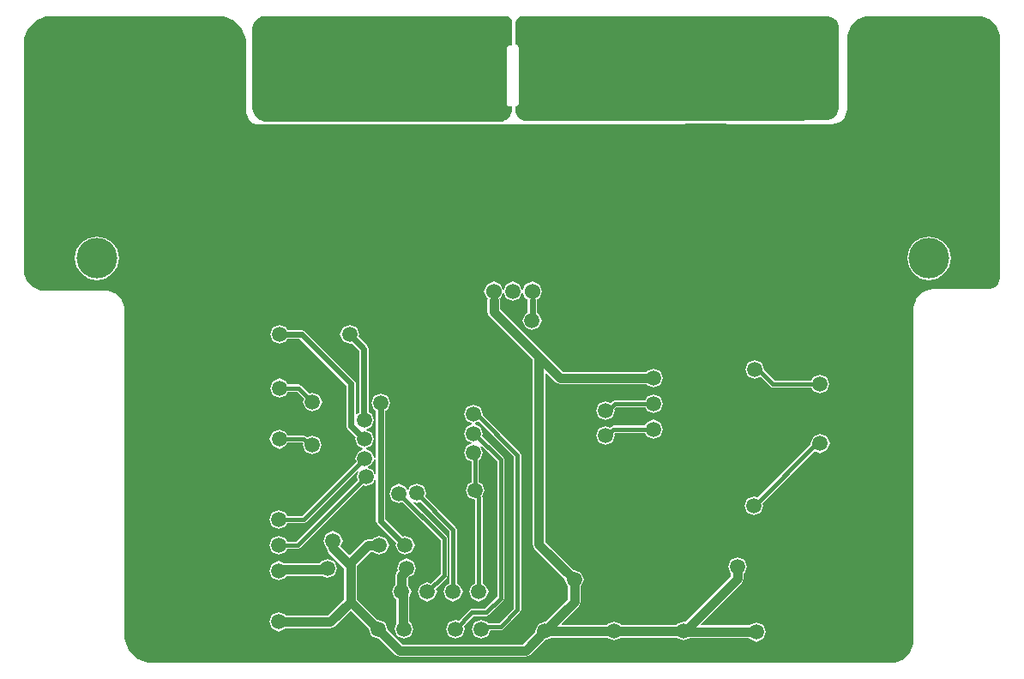
<source format=gbl>
G04*
G04 #@! TF.GenerationSoftware,Altium Limited,Altium Designer,20.0.11 (256)*
G04*
G04 Layer_Physical_Order=2*
G04 Layer_Color=16711680*
%FSLAX44Y44*%
%MOMM*%
G71*
G01*
G75*
G04:AMPARAMS|DCode=13|XSize=10.524mm|YSize=6.524mm|CornerRadius=3.262mm|HoleSize=0mm|Usage=FLASHONLY|Rotation=0.000|XOffset=0mm|YOffset=0mm|HoleType=Round|Shape=RoundedRectangle|*
%AMROUNDEDRECTD13*
21,1,10.5240,0.0000,0,0,0.0*
21,1,4.0000,6.5240,0,0,0.0*
1,1,6.5240,2.0000,0.0000*
1,1,6.5240,-2.0000,0.0000*
1,1,6.5240,-2.0000,0.0000*
1,1,6.5240,2.0000,0.0000*
%
%ADD13ROUNDEDRECTD13*%
G04:AMPARAMS|DCode=26|XSize=10mm|YSize=6mm|CornerRadius=3mm|HoleSize=0mm|Usage=FLASHONLY|Rotation=0.000|XOffset=0mm|YOffset=0mm|HoleType=Round|Shape=RoundedRectangle|*
%AMROUNDEDRECTD26*
21,1,10.0000,0.0000,0,0,0.0*
21,1,4.0000,6.0000,0,0,0.0*
1,1,6.0000,2.0000,0.0000*
1,1,6.0000,-2.0000,0.0000*
1,1,6.0000,-2.0000,0.0000*
1,1,6.0000,2.0000,0.0000*
%
%ADD26ROUNDEDRECTD26*%
%ADD28C,0.6000*%
%ADD29C,0.4000*%
%ADD30C,0.9000*%
%ADD33C,1.5000*%
%ADD34C,1.5240*%
G04:AMPARAMS|DCode=35|XSize=5.97mm|YSize=2.043mm|CornerRadius=1.0215mm|HoleSize=0mm|Usage=FLASHONLY|Rotation=0.000|XOffset=0mm|YOffset=0mm|HoleType=Round|Shape=RoundedRectangle|*
%AMROUNDEDRECTD35*
21,1,5.9700,0.0000,0,0,0.0*
21,1,3.9270,2.0430,0,0,0.0*
1,1,2.0430,1.9635,0.0000*
1,1,2.0430,-1.9635,0.0000*
1,1,2.0430,-1.9635,0.0000*
1,1,2.0430,1.9635,0.0000*
%
%ADD35ROUNDEDRECTD35*%
%ADD36C,4.0000*%
G36*
X984002Y1164696D02*
X985307Y1164374D01*
X986509Y1163774D01*
X987550Y1162924D01*
X988379Y1161865D01*
X988955Y1160651D01*
X989250Y1159340D01*
X989250Y1158668D01*
X989250Y1136010D01*
X986750D01*
X985759Y1135813D01*
X984919Y1135251D01*
X984357Y1134411D01*
X984160Y1133420D01*
X984160Y1078080D01*
X984357Y1077089D01*
X984919Y1076249D01*
X985759Y1075687D01*
X986750Y1075490D01*
X989250D01*
Y1073750D01*
X989250Y1073750D01*
Y1072660D01*
X988912Y1070506D01*
X988245Y1068431D01*
X987265Y1066484D01*
X985994Y1064712D01*
X984465Y1063159D01*
X982714Y1061861D01*
X980782Y1060850D01*
X979750Y1060500D01*
X744210Y1060500D01*
X743000Y1060836D01*
X740720Y1061891D01*
X738640Y1063301D01*
X736816Y1065029D01*
X735296Y1067030D01*
X734119Y1069249D01*
X733317Y1071630D01*
X732911Y1074110D01*
X732911Y1075366D01*
X732911Y1150464D01*
X732911Y1151660D01*
X732911Y1151660D01*
X732911Y1151661D01*
X732911Y1151661D01*
X732911Y1152934D01*
X733407Y1155432D01*
X734382Y1157785D01*
X735797Y1159902D01*
X737598Y1161703D01*
X739715Y1163118D01*
X742068Y1164093D01*
X744566Y1164590D01*
X745840Y1164590D01*
X982000Y1164590D01*
X982000Y1164589D01*
Y1164589D01*
X982004Y1164590D01*
X983170Y1164713D01*
X984002Y1164696D01*
D02*
G37*
G36*
X1306077Y1163035D02*
X1309594Y1159862D01*
X1311629Y1155584D01*
X1311750Y1153219D01*
X1311750Y1075594D01*
X1311750Y1075594D01*
X1311750Y1072877D01*
X1309688Y1067849D01*
X1305871Y1063979D01*
X1300872Y1061847D01*
X1298155Y1061809D01*
X1257700Y1061246D01*
X1257700Y1061245D01*
X1257675Y1061247D01*
X1257625Y1061248D01*
X1257575Y1061249D01*
X1257525Y1061250D01*
X1200997D01*
X1200500Y1061349D01*
X1160500D01*
X1160003Y1061250D01*
X1003500Y1061250D01*
X1001362Y1061250D01*
X997410Y1062886D01*
X994386Y1065910D01*
X992750Y1069862D01*
X992750Y1072000D01*
Y1075331D01*
X993250D01*
X995194Y1076136D01*
X995999Y1078080D01*
Y1133420D01*
X995194Y1135364D01*
X993250Y1136169D01*
X992750D01*
X992750Y1157938D01*
X992750Y1159209D01*
X993018Y1160432D01*
X994020Y1162150D01*
X994902Y1162952D01*
X995836Y1163730D01*
X997967Y1164501D01*
X999100Y1164500D01*
X1299249Y1164500D01*
X1299249Y1164500D01*
X1299249Y1164500D01*
X1301614Y1164621D01*
X1306077Y1163035D01*
D02*
G37*
G36*
X698750Y1164250D02*
X704369D01*
X714752Y1159949D01*
X722699Y1152002D01*
X727000Y1141619D01*
X727000Y1136000D01*
X727000Y1069249D01*
X727216Y1067055D01*
X728895Y1062999D01*
X731999Y1059895D01*
X736055Y1058216D01*
X738250Y1058000D01*
X1304025Y1058000D01*
X1305251Y1058000D01*
X1305251Y1058000D01*
X1308079Y1058278D01*
X1313307Y1060442D01*
X1317308Y1064443D01*
X1319472Y1069671D01*
X1319750Y1072500D01*
X1319750Y1140303D01*
X1319750Y1141499D01*
X1319750Y1141500D01*
X1319750Y1141500D01*
X1319750Y1146025D01*
X1323213Y1154387D01*
X1329613Y1160787D01*
X1337975Y1164250D01*
X1342500Y1164250D01*
X1448250Y1164250D01*
X1448250Y1164250D01*
X1448250Y1164250D01*
X1452775Y1164250D01*
X1461137Y1160786D01*
X1467536Y1154387D01*
X1471000Y1146025D01*
X1471000Y1141500D01*
X1471000Y907500D01*
X1470999Y907499D01*
Y905013D01*
X1469096Y900419D01*
X1465580Y896903D01*
X1460986Y895000D01*
X1458500D01*
X1404500Y895000D01*
X1404499Y894999D01*
X1400842Y894639D01*
X1396561Y892866D01*
X1396254Y892805D01*
X1395993Y892631D01*
X1394083Y891840D01*
X1392621Y890377D01*
X1391213Y889436D01*
X1390272Y888028D01*
X1388910Y886666D01*
X1388173Y884887D01*
X1387844Y884395D01*
X1387729Y883816D01*
X1386110Y879908D01*
X1385750Y876250D01*
X1385750Y549000D01*
X1385749Y548999D01*
X1385749Y544424D01*
X1382248Y535971D01*
X1375778Y529501D01*
X1367325Y526000D01*
X635249D01*
X629431Y526000D01*
X618681Y530453D01*
X610453Y538681D01*
X606000Y549432D01*
X606000Y555250D01*
X606000Y877260D01*
X606000Y877260D01*
X605999Y877260D01*
X605693Y880379D01*
X603311Y886146D01*
X598906Y890566D01*
X593148Y892969D01*
X590029Y893287D01*
X527712Y893507D01*
X523733Y893521D01*
X516390Y896585D01*
X510774Y902222D01*
X507736Y909575D01*
X507736Y913553D01*
X507737Y1138236D01*
X507737Y1138236D01*
X507737Y1138236D01*
X507737Y1143411D01*
X511697Y1152972D01*
X519015Y1160290D01*
X528576Y1164250D01*
X533750Y1164250D01*
X698750Y1164250D01*
Y1164250D01*
D02*
G37*
%LPC*%
G36*
X1400750Y947187D02*
X1392451Y945536D01*
X1385415Y940835D01*
X1380714Y933799D01*
X1379063Y925500D01*
X1380714Y917201D01*
X1385415Y910165D01*
X1392451Y905464D01*
X1400750Y903813D01*
X1409049Y905464D01*
X1416085Y910165D01*
X1420786Y917201D01*
X1422437Y925500D01*
X1420786Y933799D01*
X1416085Y940835D01*
X1409049Y945536D01*
X1400750Y947187D01*
D02*
G37*
G36*
X579250D02*
X570951Y945536D01*
X563915Y940835D01*
X559214Y933799D01*
X557563Y925500D01*
X559214Y917201D01*
X563915Y910165D01*
X570951Y905464D01*
X579250Y903813D01*
X587549Y905464D01*
X594585Y910165D01*
X599286Y917201D01*
X600937Y925500D01*
X599286Y933799D01*
X594585Y940835D01*
X587549Y945536D01*
X579250Y947187D01*
D02*
G37*
G36*
X1009020Y902626D02*
X1002216Y899808D01*
X1000090Y894676D01*
X998820D01*
X996732Y899716D01*
X990020Y902496D01*
X983308Y899716D01*
X981220Y894676D01*
X979950D01*
X977824Y899808D01*
X971020Y902626D01*
X964216Y899808D01*
X961397Y893004D01*
X964216Y886200D01*
X965312Y885746D01*
X964775Y884448D01*
Y872730D01*
X966604Y868314D01*
X1009505Y825413D01*
Y642750D01*
X1011334Y638334D01*
X1041201Y608467D01*
X1041008Y608000D01*
X1043788Y601288D01*
X1044255Y601094D01*
Y588670D01*
X1022134Y566549D01*
X1021667Y566743D01*
X1014955Y563962D01*
X1012175Y557250D01*
X1012368Y556783D01*
X999831Y544245D01*
X880787D01*
X866249Y558783D01*
X866443Y559250D01*
X863662Y565962D01*
X856950Y568743D01*
X856483Y568549D01*
X835970Y589062D01*
Y621888D01*
X849837Y635755D01*
X851345D01*
X851538Y635288D01*
X858250Y632508D01*
X864962Y635288D01*
X867743Y642000D01*
X864962Y648712D01*
X858250Y651493D01*
X851538Y648712D01*
X851345Y648246D01*
X847250D01*
X842834Y646416D01*
X828500Y632082D01*
X819603Y640980D01*
X821993Y646750D01*
X819212Y653462D01*
X812500Y656243D01*
X805788Y653462D01*
X803008Y646750D01*
X805788Y640038D01*
X806255Y639844D01*
Y639250D01*
X808084Y634834D01*
X823480Y619438D01*
Y589062D01*
X807163Y572745D01*
X765906D01*
X765712Y573212D01*
X759000Y575993D01*
X752288Y573212D01*
X749507Y566500D01*
X752288Y559788D01*
X759000Y557007D01*
X765712Y559788D01*
X765906Y560255D01*
X809750D01*
X814166Y562084D01*
X829725Y577643D01*
X847651Y559717D01*
X847458Y559250D01*
X850238Y552538D01*
X856950Y549757D01*
X857417Y549951D01*
X873784Y533584D01*
X878200Y531755D01*
X1002418D01*
X1006834Y533584D01*
X1021201Y547951D01*
X1021667Y547757D01*
X1028380Y550538D01*
X1028573Y551005D01*
X1082844D01*
X1083038Y550538D01*
X1089750Y547757D01*
X1096462Y550538D01*
X1096656Y551005D01*
X1151512D01*
X1151705Y550538D01*
X1158418Y547757D01*
X1165050Y550505D01*
X1223137D01*
X1223538Y549538D01*
X1230250Y546757D01*
X1236962Y549538D01*
X1239743Y556250D01*
X1236962Y562962D01*
X1230250Y565743D01*
X1223618Y562995D01*
X1175987D01*
X1175501Y564169D01*
X1215916Y604584D01*
X1217745Y609000D01*
X1217745Y609000D01*
Y613991D01*
X1218462Y614288D01*
X1221243Y621000D01*
X1218462Y627712D01*
X1211750Y630493D01*
X1205038Y627712D01*
X1202257Y621000D01*
X1205038Y614288D01*
X1205255Y614198D01*
Y611587D01*
X1159827Y566159D01*
X1158418Y566743D01*
X1151705Y563962D01*
X1151512Y563495D01*
X1096656D01*
X1096462Y563962D01*
X1089750Y566743D01*
X1083038Y563962D01*
X1082844Y563495D01*
X1038405D01*
X1037919Y564669D01*
X1054916Y581666D01*
X1056745Y586082D01*
Y601094D01*
X1057212Y601288D01*
X1059993Y608000D01*
X1057212Y614712D01*
X1050500Y617493D01*
X1050033Y617299D01*
X1021995Y645337D01*
Y811263D01*
X1023169Y811749D01*
X1032084Y802834D01*
X1032084Y802834D01*
X1036500Y801005D01*
X1122094D01*
X1122288Y800538D01*
X1129000Y797757D01*
X1135712Y800538D01*
X1138493Y807250D01*
X1135712Y813962D01*
X1129000Y816743D01*
X1122288Y813962D01*
X1122094Y813495D01*
X1039087D01*
X1020166Y832416D01*
X977265Y875317D01*
Y884448D01*
X976728Y885746D01*
X977824Y886200D01*
X979950Y891332D01*
X981220D01*
X983308Y886292D01*
X990020Y883511D01*
X996732Y886292D01*
X998820Y891332D01*
X1000090D01*
X1002216Y886200D01*
X1004693Y885174D01*
X1004388Y884438D01*
Y871582D01*
X1002288Y870712D01*
X999507Y864000D01*
X1002288Y857288D01*
X1009000Y854507D01*
X1015712Y857288D01*
X1018493Y864000D01*
X1015712Y870712D01*
X1013632Y871574D01*
Y884424D01*
X1013642Y884448D01*
X1013342Y885172D01*
X1015824Y886200D01*
X1018642Y893004D01*
X1015824Y899808D01*
X1009020Y902626D01*
D02*
G37*
G36*
X1228500Y825203D02*
X1221788Y822422D01*
X1219007Y815710D01*
X1221788Y808998D01*
X1228500Y806217D01*
X1234530Y808715D01*
X1244247Y798997D01*
X1246750Y797961D01*
X1284974D01*
X1286288Y794788D01*
X1293000Y792008D01*
X1299712Y794788D01*
X1302493Y801500D01*
X1299712Y808212D01*
X1293000Y810993D01*
X1286288Y808212D01*
X1284974Y805039D01*
X1248216D01*
X1237862Y815394D01*
X1237993Y815710D01*
X1235212Y822422D01*
X1228500Y825203D01*
D02*
G37*
G36*
X1129000Y791243D02*
X1122288Y788462D01*
X1120974Y785289D01*
X1090435D01*
X1087933Y784253D01*
X1086145Y782465D01*
X1081250Y784493D01*
X1074538Y781712D01*
X1071758Y775000D01*
X1074538Y768288D01*
X1081250Y765508D01*
X1087962Y768288D01*
X1090743Y775000D01*
X1090142Y776451D01*
X1091901Y778211D01*
X1120974D01*
X1122288Y775038D01*
X1129000Y772257D01*
X1135712Y775038D01*
X1138493Y781750D01*
X1135712Y788462D01*
X1129000Y791243D01*
D02*
G37*
G36*
X759500Y806825D02*
X752788Y804045D01*
X750007Y797333D01*
X752788Y790620D01*
X759500Y787840D01*
X766212Y790620D01*
X767526Y793793D01*
X776952D01*
X784072Y786673D01*
X782757Y783500D01*
X785538Y776788D01*
X792250Y774007D01*
X798962Y776788D01*
X801743Y783500D01*
X798962Y790212D01*
X792250Y792993D01*
X789077Y791678D01*
X780920Y799835D01*
X778418Y800872D01*
X767526D01*
X766212Y804045D01*
X759500Y806825D01*
D02*
G37*
G36*
X828750Y859908D02*
X822038Y857127D01*
X819257Y850415D01*
X822038Y843703D01*
X828750Y840922D01*
X830841Y841788D01*
X838128Y834501D01*
Y772871D01*
X836538Y772212D01*
X835867Y770594D01*
X834622Y770842D01*
Y801750D01*
X833268Y805018D01*
X784603Y853683D01*
X781335Y855037D01*
X767078D01*
X766212Y857127D01*
X759500Y859908D01*
X752788Y857127D01*
X750007Y850415D01*
X752788Y843703D01*
X759500Y840922D01*
X766212Y843703D01*
X767078Y845793D01*
X779420D01*
X825378Y799836D01*
Y760096D01*
X826732Y756828D01*
X834671Y748888D01*
X833805Y746798D01*
X836586Y740086D01*
X841697Y737969D01*
Y736594D01*
X837154Y734712D01*
X834374Y728000D01*
X835688Y724827D01*
X781901Y671039D01*
X767027D01*
X765712Y674212D01*
X759000Y676992D01*
X752288Y674212D01*
X749507Y667500D01*
X752288Y660788D01*
X759000Y658007D01*
X765712Y660788D01*
X767027Y663961D01*
X783367D01*
X785869Y664997D01*
X836615Y715743D01*
X837692Y715024D01*
X835508Y709750D01*
X836822Y706577D01*
X776034Y645789D01*
X767027D01*
X765712Y648962D01*
X759000Y651743D01*
X752288Y648962D01*
X749507Y642250D01*
X752288Y635538D01*
X759000Y632757D01*
X765712Y635538D01*
X767027Y638711D01*
X777500D01*
X780003Y639747D01*
X841827Y701572D01*
X845000Y700257D01*
X851712Y703038D01*
X853608Y707615D01*
X854878Y707362D01*
Y666150D01*
X856232Y662882D01*
X875023Y644091D01*
X874157Y642000D01*
X876938Y635288D01*
X883650Y632508D01*
X890362Y635288D01*
X893143Y642000D01*
X890362Y648712D01*
X883650Y651493D01*
X881560Y650627D01*
X864122Y668065D01*
Y775172D01*
X866212Y776038D01*
X868993Y782750D01*
X866212Y789462D01*
X859500Y792243D01*
X852788Y789462D01*
X850007Y782750D01*
X852788Y776038D01*
X854878Y775172D01*
Y712138D01*
X853608Y711885D01*
X851712Y716462D01*
X846854Y718475D01*
Y719745D01*
X850579Y721288D01*
X853359Y728000D01*
X850579Y734712D01*
X845468Y736829D01*
Y738204D01*
X850010Y740086D01*
X852790Y746798D01*
X850010Y753510D01*
X845149Y755524D01*
Y756794D01*
X849962Y758788D01*
X852743Y765500D01*
X849962Y772212D01*
X847372Y773285D01*
Y836415D01*
X846018Y839683D01*
X837377Y848325D01*
X838243Y850415D01*
X835462Y857127D01*
X828750Y859908D01*
D02*
G37*
G36*
X1128750Y766243D02*
X1122038Y763462D01*
X1120723Y760289D01*
X1089435D01*
X1086933Y759253D01*
X1085791Y758111D01*
X1081250Y759993D01*
X1074538Y757212D01*
X1071758Y750500D01*
X1074538Y743788D01*
X1081250Y741008D01*
X1087962Y743788D01*
X1090743Y750500D01*
X1089995Y752304D01*
X1090901Y753211D01*
X1120723D01*
X1122038Y750038D01*
X1128750Y747258D01*
X1135462Y750038D01*
X1138243Y756750D01*
X1135462Y763462D01*
X1128750Y766243D01*
D02*
G37*
G36*
X1293445Y752010D02*
X1286733Y749230D01*
X1283952Y742517D01*
X1284226Y741857D01*
X1231615Y689245D01*
X1228000Y690743D01*
X1221288Y687962D01*
X1218508Y681250D01*
X1221288Y674538D01*
X1228000Y671758D01*
X1234712Y674538D01*
X1237493Y681250D01*
X1236361Y683981D01*
X1287760Y735380D01*
X1293445Y733025D01*
X1300157Y735805D01*
X1302938Y742517D01*
X1300157Y749230D01*
X1293445Y752010D01*
D02*
G37*
G36*
X759250Y756325D02*
X752538Y753545D01*
X749758Y746833D01*
X752538Y740120D01*
X759250Y737340D01*
X765962Y740120D01*
X767277Y743293D01*
X782266D01*
X783108Y742451D01*
X782507Y741000D01*
X785288Y734288D01*
X792000Y731507D01*
X798712Y734288D01*
X801493Y741000D01*
X798712Y747712D01*
X792000Y750493D01*
X787105Y748465D01*
X786235Y749335D01*
X783732Y750372D01*
X767277D01*
X765962Y753545D01*
X759250Y756325D01*
D02*
G37*
G36*
X895250Y702993D02*
X888538Y700212D01*
X886958Y696399D01*
X885688D01*
X884212Y699962D01*
X877500Y702743D01*
X870788Y699962D01*
X868008Y693250D01*
X870788Y686538D01*
X877500Y683757D01*
X880673Y685072D01*
X918461Y647284D01*
Y613816D01*
X908823Y604178D01*
X905650Y605493D01*
X898938Y602712D01*
X896158Y596000D01*
X898938Y589288D01*
X905650Y586507D01*
X912362Y589288D01*
X915143Y596000D01*
X913828Y599173D01*
X924503Y609847D01*
X925539Y612350D01*
Y648750D01*
X924503Y651253D01*
X891573Y684182D01*
X892279Y685238D01*
X895250Y684007D01*
X898423Y685322D01*
X927511Y656234D01*
Y604026D01*
X924338Y602712D01*
X921557Y596000D01*
X924338Y589288D01*
X931050Y586507D01*
X937762Y589288D01*
X940543Y596000D01*
X937762Y602712D01*
X934589Y604026D01*
Y657700D01*
X933553Y660203D01*
X903428Y690327D01*
X904743Y693500D01*
X901962Y700212D01*
X895250Y702993D01*
D02*
G37*
G36*
X806750Y628743D02*
X800038Y625962D01*
X799378Y624370D01*
X764123D01*
X759000Y626493D01*
X752288Y623712D01*
X749507Y617000D01*
X752288Y610288D01*
X759000Y607507D01*
X765712Y610288D01*
X766372Y611880D01*
X801627D01*
X806750Y609757D01*
X813462Y612538D01*
X816243Y619250D01*
X813462Y625962D01*
X806750Y628743D01*
D02*
G37*
G36*
X951000Y781243D02*
X944288Y778462D01*
X941507Y771750D01*
X944288Y765038D01*
X949660Y762812D01*
Y761438D01*
X944288Y759212D01*
X941507Y752500D01*
X944288Y745788D01*
X949183Y743760D01*
Y742490D01*
X944288Y740462D01*
X941507Y733750D01*
X944288Y727038D01*
X948961Y725102D01*
Y704213D01*
X945788Y702899D01*
X943008Y696186D01*
X945788Y689474D01*
X952500Y686694D01*
X952911Y686420D01*
Y604026D01*
X949738Y602712D01*
X946957Y596000D01*
X949738Y589288D01*
X956450Y586507D01*
X963162Y589288D01*
X965943Y596000D01*
X963162Y602712D01*
X959989Y604026D01*
Y689801D01*
X959669Y690576D01*
X961993Y696186D01*
X959212Y702899D01*
X956039Y704213D01*
Y726345D01*
X957712Y727038D01*
X960493Y733750D01*
X958049Y739650D01*
X959126Y740369D01*
X974461Y725034D01*
Y591466D01*
X962211Y579217D01*
X949577D01*
X947075Y578180D01*
X936323Y567428D01*
X933150Y568743D01*
X926438Y565962D01*
X923658Y559250D01*
X926438Y552538D01*
X933150Y549757D01*
X939862Y552538D01*
X942643Y559250D01*
X941328Y562423D01*
X951043Y572138D01*
X963677D01*
X966180Y573175D01*
X980503Y587497D01*
X981539Y590000D01*
Y726500D01*
X980503Y729003D01*
X959471Y750034D01*
X960493Y752500D01*
X957712Y759212D01*
X952340Y761438D01*
Y762812D01*
X956294Y764450D01*
X991063Y729682D01*
Y579837D01*
X976386Y565160D01*
X966393D01*
X965262Y565962D01*
X958550Y568743D01*
X951838Y565962D01*
X949057Y559250D01*
X951838Y552538D01*
X958550Y549757D01*
X965262Y552538D01*
X967558Y558081D01*
X977852D01*
X980355Y559118D01*
X997105Y575868D01*
X998142Y578371D01*
Y731148D01*
X997105Y733651D01*
X960057Y770698D01*
X960493Y771750D01*
X957712Y778462D01*
X951000Y781243D01*
D02*
G37*
G36*
X884750Y628993D02*
X878038Y626212D01*
X875257Y619500D01*
X876164Y617311D01*
X875834Y616981D01*
X874005Y612565D01*
Y602906D01*
X873538Y602712D01*
X870758Y596000D01*
X873538Y589288D01*
X875055Y588660D01*
Y564554D01*
X872858Y559250D01*
X875638Y552538D01*
X882350Y549757D01*
X889062Y552538D01*
X891843Y559250D01*
X889062Y565962D01*
X887545Y566591D01*
Y590696D01*
X889743Y596000D01*
X886962Y602712D01*
X886495Y602906D01*
Y609978D01*
X887780Y611263D01*
X891462Y612788D01*
X894243Y619500D01*
X891462Y626212D01*
X884750Y628993D01*
D02*
G37*
%LPD*%
D13*
X799750Y1022750D02*
D03*
X799000Y1097500D02*
D03*
X1179750Y1100250D02*
D03*
X1180500Y1025500D02*
D03*
D26*
X934020Y1106254D02*
D03*
X1046020Y1106504D02*
D03*
D28*
X828750Y850415D02*
X842750Y836415D01*
Y766000D02*
Y836415D01*
X759500Y850415D02*
X781335D01*
X830000Y801750D01*
X1009000Y864000D02*
X1009010Y864010D01*
Y884438D01*
X1009020Y884448D01*
X859500Y666150D02*
Y782750D01*
Y666150D02*
X883650Y642000D01*
X830000Y760096D02*
Y801750D01*
Y760096D02*
X843298Y746798D01*
D29*
X954000Y771750D02*
X994602Y731148D01*
Y578371D02*
Y731148D01*
X978000Y590000D02*
Y726500D01*
X952000Y752500D02*
X978000Y726500D01*
X951000Y733750D02*
X952500Y732250D01*
Y696186D02*
Y732250D01*
X977852Y561621D02*
X994602Y578371D01*
X958550Y559250D02*
X960655Y561355D01*
X966393Y561621D02*
X977852D01*
X960655Y561355D02*
X966127D01*
X966393Y561621D01*
X905650Y596000D02*
X922000Y612350D01*
Y648750D01*
X956450Y596000D02*
Y689801D01*
X952500Y693751D02*
X956450Y689801D01*
X952500Y693751D02*
Y696186D01*
X895250Y693500D02*
X931050Y657700D01*
Y596000D02*
Y657700D01*
X759500Y797333D02*
X778418D01*
X792250Y783500D01*
X759250Y746833D02*
X783732D01*
X789565Y741000D01*
X792000D01*
X759000Y667500D02*
X783367D01*
X843867Y728000D01*
X759000Y642250D02*
X777500D01*
X845000Y709750D01*
X933150Y559250D02*
X949577Y575677D01*
X963677D01*
X978000Y590000D01*
X1089435Y756750D02*
X1128750D01*
X1083185Y750500D02*
X1089435Y756750D01*
X1080750Y750500D02*
X1083185D01*
X1090435Y781750D02*
X1129000D01*
X1083685Y775000D02*
X1090435Y781750D01*
X1081250Y775000D02*
X1083685D01*
X1228500Y815710D02*
X1228863Y816073D01*
X1232177D01*
X1246750Y801500D01*
X1289820Y742445D02*
X1293445D01*
X1246750Y801500D02*
X1293000D01*
X842750Y766000D02*
X843250Y765500D01*
X1228625Y681250D02*
X1289820Y742445D01*
X1228000Y681250D02*
X1228625D01*
X845000Y709750D02*
X845000D01*
X877500Y693250D02*
X922000Y648750D01*
X1080750Y750500D02*
X1081250Y751000D01*
D30*
X880250Y596000D02*
X881300Y594950D01*
Y560300D02*
Y594950D01*
Y560300D02*
X882350Y559250D01*
X880250Y596000D02*
Y612565D01*
X884750Y617065D01*
Y619500D01*
X805625Y618125D02*
X806750Y619250D01*
X759000Y617000D02*
X760125Y618125D01*
X805625D01*
X759000Y566500D02*
X809750D01*
X829725Y586475D01*
X856950Y559250D01*
X829725Y586475D02*
Y624475D01*
X856950Y559250D02*
X878200Y538000D01*
X1002418D01*
X1036500Y807250D02*
X1129000D01*
X1015750Y828000D02*
X1036500Y807250D01*
X971020Y872730D02*
Y884448D01*
Y872730D02*
X1015750Y828000D01*
X1158418Y557250D02*
X1158917Y556750D01*
X1229750D01*
X1230250Y556250D01*
X1211500Y620750D02*
X1211750Y621000D01*
X1211500Y609000D02*
Y620750D01*
X1159750Y557250D02*
X1211500Y609000D01*
X1158418Y557250D02*
X1159750D01*
X1021667D02*
X1050500Y586082D01*
Y608000D01*
X1021667Y557250D02*
X1089750D01*
X1002418Y538000D02*
X1021667Y557250D01*
X1089750D02*
X1158418D01*
X1015750Y642750D02*
X1050500Y608000D01*
X812500Y639250D02*
X828500Y623250D01*
X812500Y639250D02*
Y646750D01*
X1015750Y642750D02*
Y828000D01*
X847250Y642000D02*
X858250D01*
X828500Y623250D02*
X847250Y642000D01*
D33*
X1021667Y557250D02*
D03*
Y582250D02*
D03*
X1158418D02*
D03*
Y557250D02*
D03*
X1089750D02*
D03*
Y582250D02*
D03*
X759000Y566500D02*
D03*
Y591750D02*
D03*
Y617000D02*
D03*
Y642250D02*
D03*
Y667500D02*
D03*
X1128750Y756750D02*
D03*
X1129000Y731250D02*
D03*
Y781750D02*
D03*
Y807250D02*
D03*
X759500Y797333D02*
D03*
Y771833D02*
D03*
Y721332D02*
D03*
X759250Y746833D02*
D03*
X1230250Y581750D02*
D03*
Y556250D02*
D03*
X828750Y850415D02*
D03*
Y875915D02*
D03*
X759500D02*
D03*
Y850415D02*
D03*
X931050Y596000D02*
D03*
X905650D02*
D03*
X880250D02*
D03*
X854850D02*
D03*
X956450D02*
D03*
X882350Y559250D02*
D03*
X907750D02*
D03*
X933150D02*
D03*
X958550D02*
D03*
X856950D02*
D03*
X883650Y642000D02*
D03*
X909050D02*
D03*
X858250D02*
D03*
X990020Y893004D02*
D03*
X951000Y771750D02*
D03*
Y752500D02*
D03*
Y733750D02*
D03*
X1050500Y608000D02*
D03*
X1228500Y815710D02*
D03*
X1447750Y964750D02*
D03*
X1412750D02*
D03*
X1377750D02*
D03*
X1342750D02*
D03*
X1221250D02*
D03*
X1186250D02*
D03*
X1151250D02*
D03*
X1116250D02*
D03*
X844000D02*
D03*
X809000D02*
D03*
X774000D02*
D03*
X739000D02*
D03*
X704000D02*
D03*
X669000D02*
D03*
X634000D02*
D03*
X599000D02*
D03*
X564000D02*
D03*
X529000D02*
D03*
X1242250Y1080500D02*
D03*
X1266250Y1118250D02*
D03*
X1292250Y1080500D02*
D03*
X1216000Y1141750D02*
D03*
X1155250Y1151750D02*
D03*
X1105000Y1151500D02*
D03*
X1035000D02*
D03*
X863000Y1080000D02*
D03*
Y1122250D02*
D03*
X903000Y1146000D02*
D03*
X799500D02*
D03*
X747500Y1155000D02*
D03*
X957500D02*
D03*
X852500D02*
D03*
X1346649Y875000D02*
D03*
X659500Y613750D02*
D03*
Y737000D02*
D03*
Y875000D02*
D03*
X1050250D02*
D03*
X1348149Y613750D02*
D03*
X1346649Y737000D02*
D03*
X1160250Y700250D02*
D03*
X1161250Y758750D02*
D03*
X1161500Y800750D02*
D03*
X845250Y675750D02*
D03*
X899000Y875000D02*
D03*
X1009000Y864000D02*
D03*
X1211750Y621000D02*
D03*
X859500Y782750D02*
D03*
X792250Y783500D02*
D03*
X792000Y741000D02*
D03*
X812500Y646750D02*
D03*
X843250Y765500D02*
D03*
X843298Y746798D02*
D03*
X952500Y696186D02*
D03*
X1293000Y801500D02*
D03*
X1293445Y742517D02*
D03*
X1228000Y681250D02*
D03*
X806750Y619250D02*
D03*
X884750Y619500D02*
D03*
X845000Y709750D02*
D03*
X843867Y728000D02*
D03*
X877500Y693250D02*
D03*
X895250Y693500D02*
D03*
X1081250Y750500D02*
D03*
Y775000D02*
D03*
D34*
X799750Y1022750D02*
D03*
X799000Y1097500D02*
D03*
X1009020Y893004D02*
D03*
X971020D02*
D03*
X1179750Y1100250D02*
D03*
X1180500Y1025500D02*
D03*
D35*
X1046020Y1107204D02*
D03*
X934020Y1106504D02*
D03*
D36*
X1400750Y925500D02*
D03*
X579250D02*
D03*
M02*

</source>
